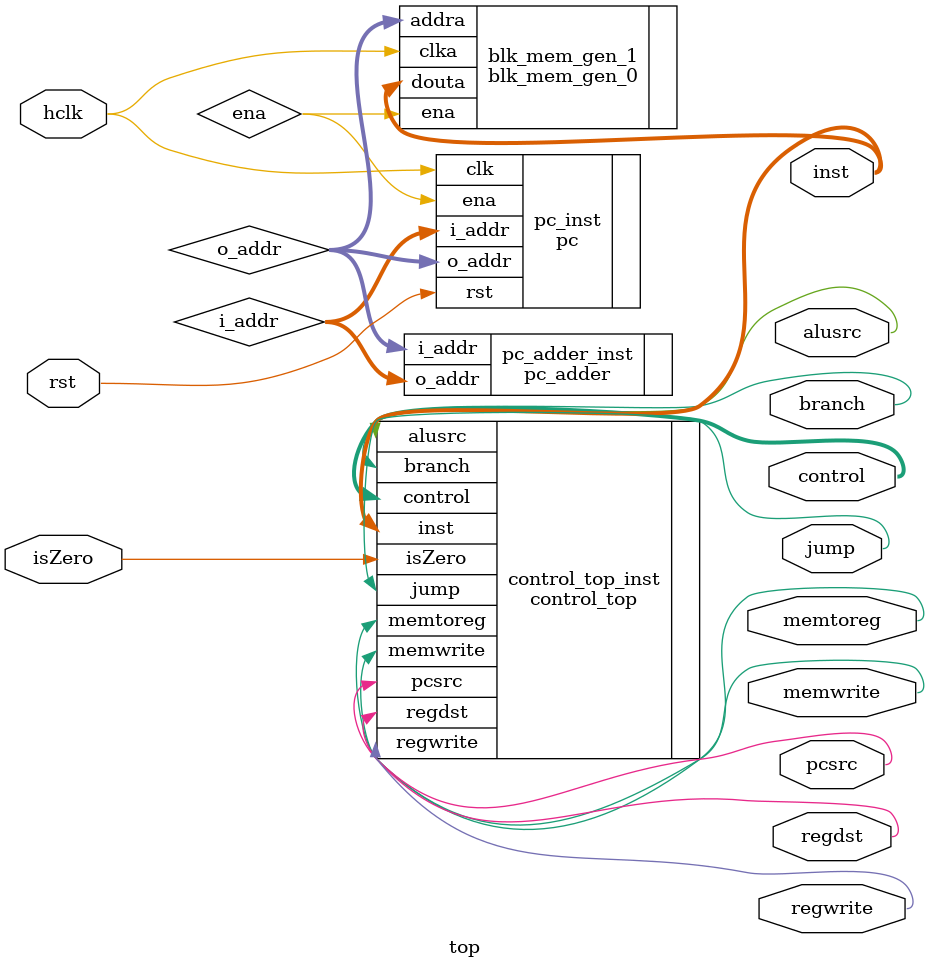
<source format=v>
`timescale 1ns / 1ps
module top(
    input hclk,
    input rst,
    input isZero,

    output [31:0]inst,
    output  memtoreg,//写寄存器的结果来自mem还是alu
    output  memwrite,//是否写存储
    output  pcsrc,//下一个PC的值是PC+4还是跳转后的地址0表示src，1表示跳转——由branch
    output  alusrc,//aluB的源操作数是立即数还是寄存器读出的0表示寄存器1表示立即数
    output  regdst,//写入寄存器堆的地址是rt还是rd,0是rt，1是rd
    output  regwrite,//是否写寄存器
    output  branch,//是否是分支指令，且满足分支条件
    output  jump,//是否是无跳转指令
    output  [2:0]control
);
    wire clk;
    wire [31:0]i_addr,o_addr;
    wire ena;

    // clk_div  clk_div_inst (
    //     .hclk(hclk),
    //     .rst(rst),
    //     .lclk(clk)
    // );
    pc  pc_inst (
        .clk(hclk),
        .rst(rst),
        .i_addr(i_addr),
        .o_addr(o_addr),
        .ena(ena)
    );
    pc_adder  pc_adder_inst (
        .i_addr(o_addr),
        .o_addr(i_addr)
    );
    blk_mem_gen_0 blk_mem_gen_1(
        .clka(hclk),
        .ena(ena),
        .addra(o_addr),
        .douta(inst)
    );
    control_top  control_top_inst (
        .inst(inst),
        .isZero(isZero),
        .memtoreg(memtoreg),
        .memwrite(memwrite),
        .pcsrc(pcsrc),
        .alusrc(alusrc),
        .regdst(regdst),
        .regwrite(regwrite),
        .branch(branch),
        .jump(jump),
        .control(control)
    );
endmodule

</source>
